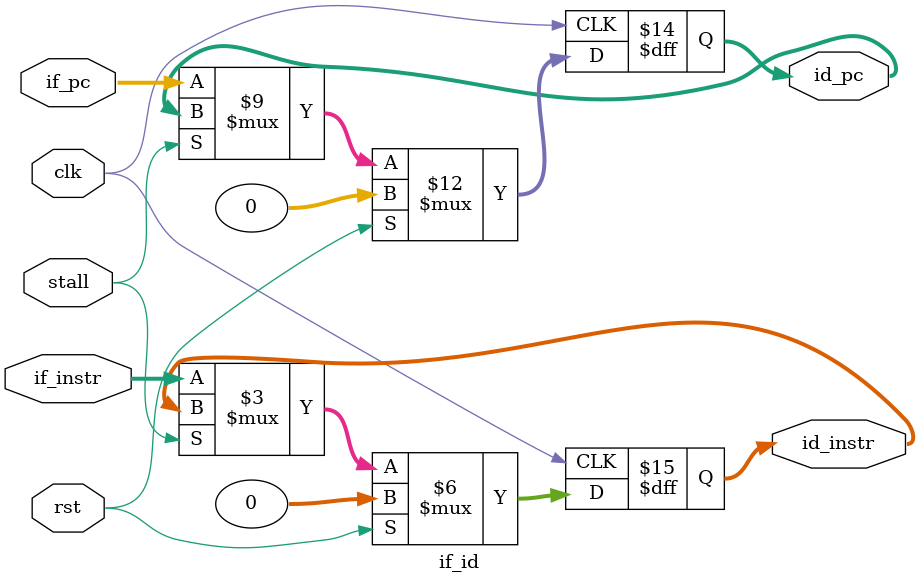
<source format=v>
`timescale 1ns / 1ps
`include "definations.vh"

module if_id(
    input clk,
    input rst,
    input stall,
    input [31:0] if_pc,
    input [31:0] if_instr,
    output reg [31:0] id_pc,
    output reg [31:0] id_instr
);

always @ (posedge clk) begin
    if(rst) begin
        id_pc <= 32'h00000000;
        id_instr <= 32'h00000000;
    end
    else begin
        if(stall) begin
            id_pc <= id_pc;
            id_instr <= id_instr;
        end
        else begin
            id_pc <= if_pc;
            id_instr <= if_instr;
        end
    end
end
    
endmodule

</source>
